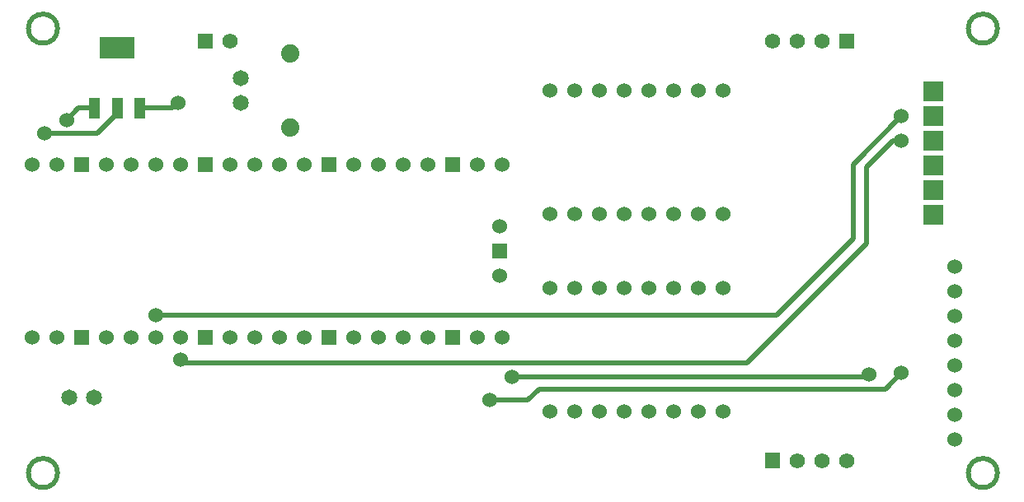
<source format=gtl>
G04 Layer: TopLayer*
G04 EasyEDA v6.5.9, 2022-08-16 23:28:22*
G04 f5b14a09dd684442802db1c3ffc6393c,10*
G04 Gerber Generator version 0.2*
G04 Scale: 100 percent, Rotated: No, Reflected: No *
G04 Dimensions in millimeters *
G04 leading zeros omitted , absolute positions ,4 integer and 5 decimal *
%FSLAX45Y45*%
%MOMM*%

%ADD10C,0.5000*%
%ADD11C,1.6510*%
%ADD12C,1.8796*%
%ADD13C,1.5748*%
%ADD14R,1.5748X1.5748*%
%ADD15C,1.5240*%
%ADD16R,1.5240X1.5240*%

%LPD*%
D10*
X5067300Y1244600D02*
G01*
X8712200Y1244600D01*
X8737600Y1270000D01*
X1638300Y4064000D02*
G01*
X1582420Y4008120D01*
X1247139Y4008120D01*
X9067800Y3924300D02*
G01*
X8572500Y3429000D01*
X8572500Y2667000D01*
X7785100Y1879600D01*
X1409700Y1879600D01*
X1663700Y1422400D02*
G01*
X1691639Y1384300D01*
X7480300Y1384300D01*
X8712200Y2616200D01*
X8712200Y3403600D01*
X8978900Y3670300D01*
X9067800Y3670300D01*
X4838700Y1003300D02*
G01*
X5232400Y1003300D01*
X5346700Y1117600D01*
X8902700Y1117600D01*
X9067800Y1282700D01*
X495302Y3886200D02*
G01*
X617222Y4008120D01*
X784860Y4008120D01*
X1016000Y4008120D02*
G01*
X1016000Y3949700D01*
X812800Y3746500D01*
X266700Y3746500D01*
G36*
X840739Y4735829D02*
G01*
X1191260Y4735829D01*
X1191260Y4519929D01*
X840739Y4519929D01*
G37*
G36*
X1192529Y4116070D02*
G01*
X1301750Y4116070D01*
X1301750Y3900170D01*
X1192529Y3900170D01*
G37*
G36*
X961389Y4116070D02*
G01*
X1070610Y4116070D01*
X1070610Y3900170D01*
X961389Y3900170D01*
G37*
G36*
X730250Y4116070D02*
G01*
X839470Y4116070D01*
X839470Y3900170D01*
X730250Y3900170D01*
G37*
G75*
G01
X404012Y4826000D02*
G03X404012Y4826000I-150012J0D01*
G75*
G01
X404012Y254000D02*
G03X404012Y254000I-150012J0D01*
G75*
G01
X10056012Y254000D02*
G03X10056012Y254000I-150012J0D01*
G75*
G01
X10056012Y4826000D02*
G03X10056012Y4826000I-150012J0D01*
D11*
G01*
X2286000Y4064000D03*
G01*
X2286000Y4318000D03*
G01*
X774700Y1028700D03*
G01*
X520700Y1028700D03*
D12*
G01*
X2794000Y3810000D03*
G01*
X2794000Y4572000D03*
G36*
X7668259Y459739D02*
G01*
X7825740Y459739D01*
X7825740Y302260D01*
X7668259Y302260D01*
G37*
D13*
G01*
X8001000Y381000D03*
G01*
X8255000Y381000D03*
G01*
X8509000Y381000D03*
D14*
G01*
X8509000Y4699000D03*
D13*
G01*
X8255000Y4699000D03*
G01*
X8001000Y4699000D03*
G01*
X7747000Y4699000D03*
D14*
G01*
X1917700Y4699000D03*
D13*
G01*
X2171700Y4699000D03*
D15*
G01*
X139700Y1651000D03*
G01*
X393700Y1651000D03*
D16*
G01*
X647700Y1651000D03*
G01*
X4457700Y1651000D03*
D15*
G01*
X4711700Y1651000D03*
G01*
X4965700Y1651000D03*
G01*
X4965700Y3429000D03*
G01*
X4711700Y3429000D03*
D16*
G01*
X4457700Y3429000D03*
D15*
G01*
X4203700Y3429000D03*
G01*
X3949700Y3429000D03*
G01*
X3695700Y3429000D03*
G01*
X3441700Y3429000D03*
D16*
G01*
X3187700Y3429000D03*
D15*
G01*
X2933700Y3429000D03*
G01*
X2679700Y3429000D03*
G01*
X2425700Y3429000D03*
G01*
X2171700Y3429000D03*
D16*
G01*
X1917700Y3429000D03*
D15*
G01*
X1663700Y3429000D03*
G01*
X1409700Y3429000D03*
G01*
X1155700Y3429000D03*
G01*
X901700Y3429000D03*
D16*
G01*
X647700Y3429000D03*
D15*
G01*
X393700Y3429000D03*
G01*
X139700Y3429000D03*
G01*
X4942713Y2286000D03*
D16*
G01*
X4942713Y2540000D03*
D15*
G01*
X4942713Y2794000D03*
G01*
X901700Y1651000D03*
G01*
X1155700Y1651000D03*
G01*
X1409700Y1651000D03*
G01*
X1663700Y1651000D03*
D16*
G01*
X1917700Y1651000D03*
D15*
G01*
X2171700Y1651000D03*
G01*
X2425700Y1651000D03*
G01*
X2679700Y1651000D03*
G01*
X2933700Y1651000D03*
D16*
G01*
X3187700Y1651000D03*
D15*
G01*
X3441700Y1651000D03*
G01*
X3695700Y1651000D03*
G01*
X3949700Y1651000D03*
G01*
X4203700Y1651000D03*
G01*
X5969000Y2159000D03*
G01*
X5715000Y2159000D03*
G01*
X5461000Y2159000D03*
G01*
X6223000Y2159000D03*
G01*
X6477000Y2159000D03*
G01*
X6731000Y2159000D03*
G01*
X6985000Y2159000D03*
G01*
X7239000Y2159000D03*
G01*
X7239000Y889000D03*
G01*
X6985000Y889000D03*
G01*
X6731000Y889000D03*
G01*
X6477000Y889000D03*
G01*
X6223000Y889000D03*
G01*
X5969000Y889000D03*
G01*
X5715000Y889000D03*
G01*
X5461000Y889000D03*
G01*
X6731000Y2921000D03*
G01*
X6985000Y2921000D03*
G01*
X7239000Y2921000D03*
G01*
X6477000Y2921000D03*
G01*
X6223000Y2921000D03*
G01*
X5969000Y2921000D03*
G01*
X5715000Y2921000D03*
G01*
X5461000Y2921000D03*
G01*
X5461000Y4191000D03*
G01*
X5715000Y4191000D03*
G01*
X5969000Y4191000D03*
G01*
X6223000Y4191000D03*
G01*
X6477000Y4191000D03*
G01*
X6731000Y4191000D03*
G01*
X6985000Y4191000D03*
G01*
X7239000Y4191000D03*
G36*
X9298000Y3012000D02*
G01*
X9497999Y3012000D01*
X9497999Y2812000D01*
X9298000Y2812000D01*
G37*
G36*
X9298000Y3266000D02*
G01*
X9497999Y3266000D01*
X9497999Y3066000D01*
X9298000Y3066000D01*
G37*
G36*
X9298000Y3520000D02*
G01*
X9497999Y3520000D01*
X9497999Y3320000D01*
X9298000Y3320000D01*
G37*
G36*
X9298000Y3774000D02*
G01*
X9497999Y3774000D01*
X9497999Y3574000D01*
X9298000Y3574000D01*
G37*
G36*
X9298000Y4028000D02*
G01*
X9497999Y4028000D01*
X9497999Y3828000D01*
X9298000Y3828000D01*
G37*
G36*
X9298000Y4282000D02*
G01*
X9497999Y4282000D01*
X9497999Y4082000D01*
X9298000Y4082000D01*
G37*
G01*
X9613900Y596900D03*
G01*
X9613900Y850900D03*
G01*
X9613900Y1104900D03*
G01*
X9613900Y1358900D03*
G01*
X9613900Y1612900D03*
G01*
X9613900Y1866900D03*
G01*
X9613900Y2120900D03*
G01*
X9613900Y2374900D03*
G01*
X4838700Y1003300D03*
G01*
X5067300Y1244600D03*
G01*
X8737600Y1270000D03*
G01*
X9067800Y1282700D03*
G01*
X1638300Y4064000D03*
G01*
X266700Y3746500D03*
G01*
X495300Y3886200D03*
G01*
X1663700Y1422400D03*
G01*
X9067800Y3670300D03*
G01*
X9067800Y3924300D03*
G01*
X1409700Y1879600D03*
M02*

</source>
